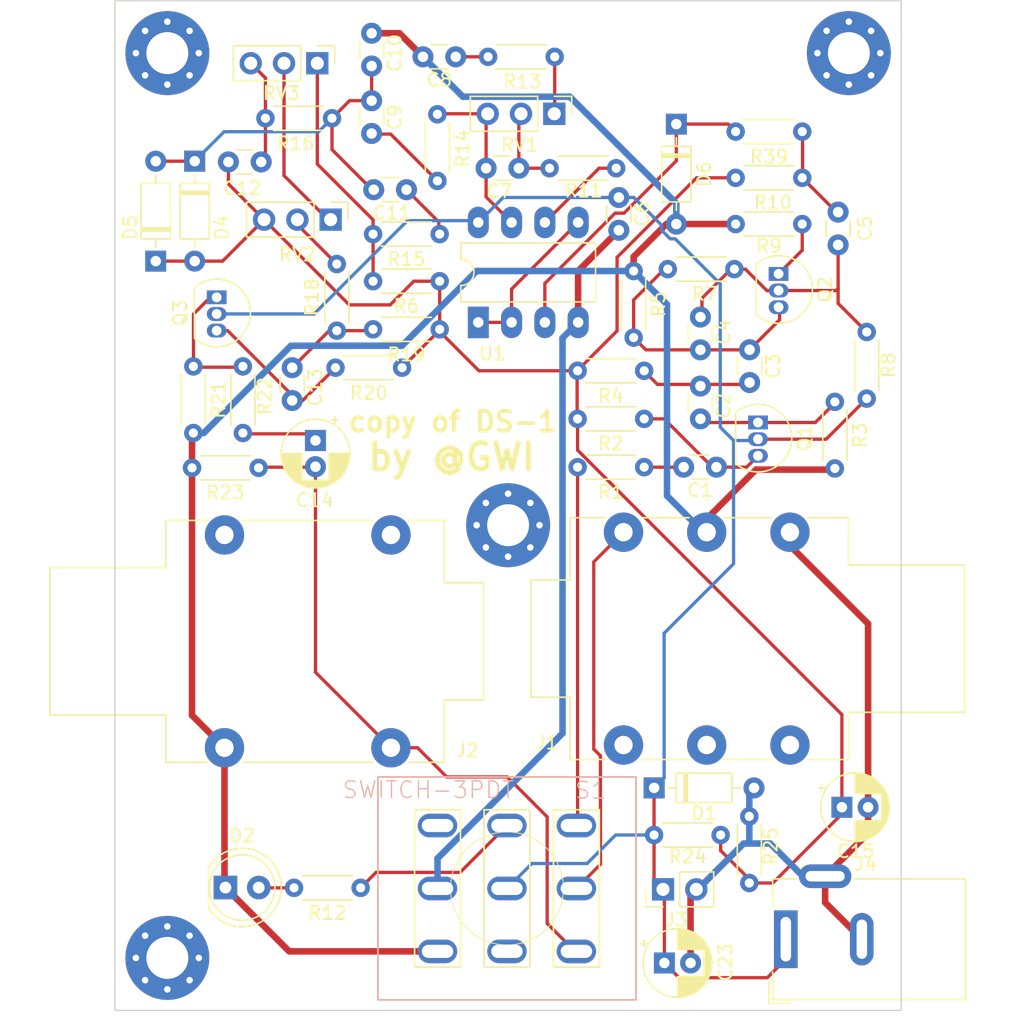
<source format=kicad_pcb>
(kicad_pcb (version 20211014) (generator pcbnew)
  (layers (0 "F.Cu" signal) (31 "B.Cu" signal) (34 "B.Paste" user) (35 "F.Paste" user) (36 "B.SilkS" user "B.Silkscreen") (37 "F.SilkS" user "F.Silkscreen") (38 "B.Mask" user) (39 "F.Mask" user) (44 "Edge.Cuts" user))
  (net 0 "")
  (net 1 "Net-(C1-Pad1)")
  (net 2 "Net-(C1-Pad2)")
  (net 3 "Net-(C2-Pad1)")
  (net 4 "Net-(C3-Pad1)")
  (net 5 "Net-(C4-Pad2)")
  (net 6 "Net-(C5-Pad1)")
  (net 7 "Net-(C7-Pad1)")
  (net 8 "Net-(C7-Pad2)")
  (net 9 "GND")
  (net 10 "Net-(C8-Pad2)")
  (net 11 "Net-(C9-Pad1)")
  (net 12 "Op-Amp Output")
  (net 13 "Net-(C11-Pad2)")
  (net 14 "+4.5V")
  (net 15 "Net-(C12-Pad2)")
  (net 16 "Net-(C13-Pad1)")
  (net 17 "Net-(C2-Pad2)")
  (net 18 "+9V")
  (net 23 "Net-(Q2-Pad1)")
  (net 24 "Net-(R15-Pad2)")
  (net 25 "Net-(R11-Pad1)")
  (net 26 "Net-(R13-Pad2)")
  (net 27 "Net-(C14-Pad1)")
  (net 28 "Net-(RV2-Pad1)")
  (net 29 "Net-(U1-Pad1)")
  (net 30 "Net-(Q3-Pad1)")
  (net 31 "Net-(R18-Pad1)")
  (net 32 "Net-(D6-Pad1)")
  (net 33 "Net-(C6-Pad2)")
  (net 34 "Bypass")
  (net 35 "GND1")
  (net 36 "Net-(D2-Pad2)")
  (net 38 "Net-(J1-PadT)")
  (net 39 "Net-(R1-Pad1)")
  (net 40 "Net-(R12-Pad1)")
  (net 42 "Net-(C13-Pad2)")
  (footprint "DS1_Footprints:Jack_6.35mm_Neutrik_NMJ4HFD2_Horizontal" (layer "F.Cu") (at 81.0606 119.9746 180)
    (fp_text reference "J2")
    (fp_text value "AudioJack2_Switch")
  )
  (footprint "Capacitor_THT:C_Disc_D3.0mm_W1.6mm_P2.50mm" (layer "F.Cu") (at 79.5866 67.9846 90)
    (fp_text reference "C10")
    (fp_text value "10n")
  )
  (footprint "Capacitor_THT:C_Disc_D3.0mm_W1.6mm_P2.50mm" (layer "F.Cu") (at 79.7476 77.4156)
    (fp_text reference "C11")
    (fp_text value "22n")
  )
  (footprint "Connector_PinHeader_2.54mm:PinHeader_1x03_P2.54mm_Vertical" (layer "F.Cu") (at 93.5246 71.6266 -90)
    (fp_text reference "RV1")
    (fp_text value "100k")
  )
  (footprint "Resistor_THT:R_Axial_DIN0204_L3.6mm_D1.6mm_P5.08mm_Horizontal" (layer "F.Cu") (at 79.6986 84.3946)
    (fp_text reference "R6")
    (fp_text value "6.8k")
  )
  (footprint "MountingHole:MountingHole_3.2mm_M3_Pad_Via" (layer "F.Cu") (at 90 103)
    (fp_text reference "REF**" hide)
    (fp_text value "MountingHole_3.2mm_M3_Pad_Via")
  )
  (footprint "Resistor_THT:R_Axial_DIN0204_L3.6mm_D1.6mm_P5.08mm_Horizontal" (layer "F.Cu") (at 108.4046 130.2866 90)
    (fp_text reference "R25")
    (fp_text value "10k")
  )
  (footprint "MountingHole:MountingHole_3.2mm_M3_Pad_Via" (layer "F.Cu") (at 64 67)
    (fp_text reference "REF**" hide)
    (fp_text value "MountingHole_3.2mm_M3_Pad_Via")
  )
  (footprint "Connector_BarrelJack:BarrelJack_Wuerth_6941xx301002" (layer "F.Cu") (at 111.1886 134.5726 90)
    (fp_text reference "J4")
    (fp_text value "PWR_SUPP_COM")
  )
  (footprint "Capacitor_THT:CP_Radial_D5.0mm_P2.00mm" (layer "F.Cu") (at 115.468375 124.5086)
    (fp_text reference "C15")
    (fp_text value "47u/10V")
  )
  (footprint "LED_THT:LED_D5.0mm" (layer "F.Cu") (at 68.4346 130.6346)
    (fp_text reference "D2")
    (fp_text value "LED")
  )
  (footprint "Resistor_THT:R_Axial_DIN0204_L3.6mm_D1.6mm_P5.08mm_Horizontal" (layer "F.Cu") (at 84.7786 88.0646 180)
    (fp_text reference "R19")
    (fp_text value "1M")
  )
  (footprint "Diode_THT:D_DO-35_SOD27_P7.62mm_Horizontal" (layer "F.Cu") (at 63.1146 82.8626 90)
    (fp_text reference "D5")
    (fp_text value "1N4148")
  )
  (footprint "Connector_PinHeader_2.54mm:PinHeader_1x03_P2.54mm_Vertical" (layer "F.Cu") (at 75.4426 67.7726 -90)
    (fp_text reference "RV3")
    (fp_text value "20k")
  )
  (footprint "Diode_THT:D_DO-35_SOD27_P7.62mm_Horizontal" (layer "F.Cu") (at 66.0866 75.2426 -90)
    (fp_text reference "D4")
    (fp_text value "1N4148")
  )
  (footprint "Connector_PinHeader_2.54mm:PinHeader_1x02_P2.54mm_Vertical" (layer "F.Cu") (at 101.8206 130.7726 90)
    (fp_text reference "J3")
    (fp_text value "BAT_CON")
  )
  (footprint "Package_TO_SOT_THT:TO-92L_Inline" (layer "F.Cu") (at 109.0666 95.1706 -90)
    (fp_text reference "Q1")
    (fp_text value "2SC2240")
  )
  (footprint "Resistor_THT:R_Axial_DIN0204_L3.6mm_D1.6mm_P5.08mm_Horizontal" (layer "F.Cu") (at 65.8846 98.6246)
    (fp_text reference "R23")
    (fp_text value "100k")
  )
  (footprint "Capacitor_THT:C_Disc_D3.0mm_W1.6mm_P2.50mm" (layer "F.Cu") (at 104.6746 94.8926 90)
    (fp_text reference "C2")
    (fp_text value "470n")
  )
  (footprint "Package_TO_SOT_THT:TO-92L_Inline" (layer "F.Cu") (at 110.6386 83.8366 -90)
    (fp_text reference "Q2")
    (fp_text value "2SC2240")
  )
  (footprint "Resistor_THT:R_Axial_DIN0204_L3.6mm_D1.6mm_P5.08mm_Horizontal" (layer "F.Cu") (at 117.3626 88.2666 -90)
    (fp_text reference "R8")
    (fp_text value "10k")
  )
  (footprint "MountingHole:MountingHole_3.2mm_M3_Pad_Via" (layer "F.Cu") (at 116 67)
    (fp_text reference "REF**" hide)
    (fp_text value "MountingHole_3.2mm_M3_Pad_Via")
  )
  (footprint "Capacitor_THT:C_Disc_D3.0mm_W1.6mm_P2.50mm" (layer "F.Cu") (at 83.5036 67.2826)
    (fp_text reference "C8")
    (fp_text value "470n")
  )
  (footprint "Resistor_THT:R_Axial_DIN0204_L3.6mm_D1.6mm_P5.08mm_Horizontal" (layer "F.Cu") (at 112.4426 72.9846 180)
    (fp_text reference "R39")
    (fp_text value "47k")
  )
  (footprint "Resistor_THT:R_Axial_DIN0204_L3.6mm_D1.6mm_P5.08mm_Horizontal" (layer "F.Cu") (at 95.3026 98.5746)
    (fp_text reference "R1")
    (fp_text value "1k")
  )
  (footprint "Capacitor_THT:C_Disc_D3.0mm_W1.6mm_P2.50mm" (layer "F.Cu") (at 104.6746 89.6286 90)
    (fp_text reference "C4")
    (fp_text value "250p")
  )
  (footprint "Capacitor_THT:C_Disc_D3.0mm_W1.6mm_P2.50mm" (layer "F.Cu") (at 103.3946 98.5746)
    (fp_text reference "C1")
    (fp_text value "47n")
  )
  (footprint "Resistor_THT:R_Axial_DIN0204_L3.6mm_D1.6mm_P5.08mm_Horizontal" (layer "F.Cu") (at 81.9106 90.9906 180)
    (fp_text reference "R20")
    (fp_text value "1M")
  )
  (footprint "Diode_THT:D_DO-35_SOD27_P7.62mm_Horizontal" (layer "F.Cu") (at 102.8346 72.4166 -90)
    (fp_text reference "D6")
    (fp_text value "1N4148")
  )
  (footprint "Capacitor_THT:C_Disc_D3.0mm_W1.6mm_P2.50mm" (layer "F.Cu") (at 98.4486 78.0106 -90)
    (fp_text reference "C6")
    (fp_text value "100n")
  )
  (footprint "Resistor_THT:R_Axial_DIN0204_L3.6mm_D1.6mm_P5.08mm_Horizontal" (layer "F.Cu") (at 107.3626 76.5106)
    (fp_text reference "R10")
    (fp_text value "100k")
  )
  (footprint "Capacitor_THT:C_Disc_D3.0mm_W1.6mm_P2.50mm" (layer "F.Cu") (at 79.5866 73.1286 90)
    (fp_text reference "C9")
    (fp_text value "470n")
  )
  (footprint "Resistor_THT:R_Axial_DIN0204_L3.6mm_D1.6mm_P5.08mm_Horizontal" (layer "F.Cu") (at 88.4746 67.2826)
    (fp_text reference "R13")
    (fp_text value "4.7k")
  )
  (footprint "Capacitor_THT:C_Disc_D3.0mm_W1.6mm_P2.50mm" (layer "F.Cu") (at 88.3216 75.7786)
    (fp_text reference "C7")
    (fp_text value "100p")
  )
  (footprint "Resistor_THT:R_Axial_DIN0204_L3.6mm_D1.6mm_P5.08mm_Horizontal" (layer "F.Cu") (at 99.5786 88.6966 90)
    (fp_text reference "R5")
    (fp_text value "100k")
  )
  (footprint "Resistor_THT:R_Axial_DIN0204_L3.6mm_D1.6mm_P5.08mm_Horizontal" (layer "F.Cu") (at 95.3026 94.8926)
    (fp_text reference "R2")
    (fp_text value "470k")
  )
  (footprint "Resistor_THT:R_Axial_DIN0204_L3.6mm_D1.6mm_P5.08mm_Horizontal" (layer "F.Cu") (at 112.4426 80.0366 180)
    (fp_text reference "R9")
    (fp_text value "22R")
  )
  (footprint "Capacitor_THT:C_Disc_D3.0mm_W1.6mm_P2.50mm" (layer "F.Cu") (at 115.1806 79.1266 -90)
    (fp_text reference "C5")
    (fp_text value "68n")
  )
  (footprint "Resistor_THT:R_Axial_DIN0204_L3.6mm_D1.6mm_P5.08mm_Horizontal" (layer "F.Cu") (at 76.5646 71.9686 180)
    (fp_text reference "R16")
    (fp_text value "6.8k")
  )
  (footprint "Resistor_THT:R_Axial_DIN0204_L3.6mm_D1.6mm_P5.08mm_Horizontal" (layer "F.Cu") (at 98.2466 75.7786 180)
    (fp_text reference "R11")
    (fp_text value "100k")
  )
  (footprint "Capacitor_THT:CP_Radial_D5.0mm_P2.00mm" (layer "F.Cu") (at 75.303725 96.5416 -90)
    (fp_text reference "C14")
    (fp_text value "1u/6.3V")
  )
  (footprint "Package_DIP:DIP-8_W7.62mm_LongPads" (layer "F.Cu") (at 87.7246 87.5346 90)
    (fp_text reference "U1")
    (fp_text value "NE5532")
  )
  (footprint "Resistor_THT:R_Axial_DIN0204_L3.6mm_D1.6mm_P5.08mm_Horizontal" (layer "F.Cu") (at 114.9306 93.5946 -90)
    (fp_text reference "R3")
    (fp_text value "10K")
  )
  (footprint "Package_TO_SOT_THT:TO-92L_Inline" (layer "F.Cu") (at 67.763385 85.6246 -90)
    (fp_text reference "Q3")
    (fp_text value "2SC2240")
  )
  (footprint "Resistor_THT:R_Axial_DIN0204_L3.6mm_D1.6mm_P5.08mm_Horizontal" (layer "F.Cu") (at 84.6066 71.6646 -90)
    (fp_text reference "R14")
    (fp_text value "2.2k")
  )
  (footprint "Resistor_THT:R_Axial_DIN0204_L3.6mm_D1.6mm_P5.08mm_Horizontal" (layer "F.Cu") (at 101.1366 126.6266)
    (fp_text reference "R24")
    (fp_text value "10k")
  )
  (footprint "Resistor_THT:R_Axial_DIN0204_L3.6mm_D1.6mm_P5.08mm_Horizontal" (layer "F.Cu") (at 76.9306 83.0846 -90)
    (fp_text reference "R18")
    (fp_text value "10k")
  )
  (footprint "Resistor_THT:R_Axial_DIN0204_L3.6mm_D1.6mm_P5.08mm_Horizontal" (layer "F.Cu") (at 69.7646 90.8906 -90)
    (fp_text reference "R22")
    (fp_text value "1k")
  )
  (footprint "Capacitor_THT:C_Disc_D3.0mm_W1.6mm_P2.50mm" (layer "F.Cu") (at 68.6606 75.3006)
    (fp_text reference "C12")
    (fp_text value "100n")
  )
  (footprint "Resistor_THT:R_Axial_DIN0204_L3.6mm_D1.6mm_P5.08mm_Horizontal" (layer "F.Cu") (at 100.3826 91.2246 180)
    (fp_text reference "R4")
    (fp_text value "100k")
  )
  (footprint "Resistor_THT:R_Axial_DIN0204_L3.6mm_D1.6mm_P5.08mm_Horizontal" (layer "F.Cu") (at 78.7486 130.6546 180)
    (fp_text reference "R12")
    (fp_text value "680R")
  )
  (footprint "Resistor_THT:R_Axial_DIN0204_L3.6mm_D1.6mm_P5.08mm_Horizontal" (layer "F.Cu") (at 65.9846 90.8906 -90)
    (fp_text reference "R21")
    (fp_text value "10k")
  )
  (footprint "Diode_THT:D_DO-35_SOD27_P7.62mm_Horizontal" (layer "F.Cu") (at 101.1426 123.0326)
    (fp_text reference "D1")
    (fp_text value "1N4148")
  )
  (footprint "SparkFun-Electromechanical:STOMP-SWITCH-3PDT" (layer "F.Cu") (at 89.91268 130.70194 180)
    (fp_text reference "S1")
    (fp_text value "SWITCH-3PDT")
  )
  (footprint "DS1_Footprints:Jack_6.35mm_Neutrik_NMJ6HFD2_Horizontal" (layer "F.Cu") (at 98.8046 103.5346)
    (fp_text reference "J1")
    (fp_text value "AudioJack3_Switch")
  )
  (footprint "MountingHole:MountingHole_3.2mm_M3_Pad_Via" (layer "F.Cu") (at 64 136)
    (fp_text reference "REF**" hide)
    (fp_text value "MountingHole_3.2mm_M3_Pad_Via")
  )
  (footprint "Capacitor_THT:CP_Radial_D5.0mm_P2.00mm" (layer "F.Cu") (at 101.922375 136.3846)
    (fp_text reference "C23")
    (fp_text value "100u/16V")
  )
  (footprint "Resistor_THT:R_Axial_DIN0204_L3.6mm_D1.6mm_P5.08mm_Horizontal" (layer "F.Cu") (at 102.1846 83.4726)
    (fp_text reference "R7")
    (fp_text value "470k")
  )
  (footprint "Connector_PinHeader_2.54mm:PinHeader_1x03_P2.54mm_Vertical" (layer "F.Cu") (at 76.4606 79.6986 -90)
    (fp_text reference "RV2")
    (fp_text value "100k")
  )
  (footprint "Capacitor_THT:C_Disc_D3.0mm_W1.6mm_P2.50mm" (layer "F.Cu") (at 73.5266 93.4906 90)
    (fp_text reference "C13")
    (fp_text value "47n")
  )
  (footprint "Capacitor_THT:C_Disc_D3.0mm_W1.6mm_P2.50mm" (layer "F.Cu") (at 108.4266 89.6206 -90)
    (fp_text reference "C3")
    (fp_text value "47n")
  )
  (footprint "Resistor_THT:R_Axial_DIN0204_L3.6mm_D1.6mm_P5.08mm_Horizontal" (layer "F.Cu") (at 84.7786 80.8026 180)
    (fp_text reference "R15")
    (fp_text value "2.2k")
  )
  (gr_rect (start 60 63) (end 120 140) (layer "Edge.Cuts") (width 0.1) (fill none))
  (gr_text "by @GWI" (at 85.6846 97.8046) (layer "F.SilkS") (effects (font (size 2 2) (thickness 0.375))))
  (gr_text "copy of DS-1" (at 85.7846 95.1046) (layer "F.SilkS") (effects (font (size 1.5 1.5) (thickness 0.3))))
  (segment (start 100.1826 98.5746) (end 103.3946 98.5746) (width 0.25) (layer "F.Cu") (net 1))
  (segment (start 108.2026 98.5746) (end 109.0666 97.7106) (width 0.25) (layer "F.Cu") (net 2))
  (segment (start 105.5886 98.5746) (end 101.9066 94.8926) (width 0.25) (layer "F.Cu") (net 2))
  (segment (start 105.8946 98.5746) (end 105.5886 98.5746) (width 0.25) (layer "F.Cu") (net 2))
  (segment (start 105.8946 98.5746) (end 108.2026 98.5746) (width 0.25) (layer "F.Cu") (net 2))
  (segment (start 101.9066 94.8926) (end 100.3826 94.8926) (width 0.25) (layer "F.Cu") (net 2))
  (segment (start 104.6746 94.7646) (end 105.0806 95.1706) (width 0.25) (layer "F.Cu") (net 3))
  (segment (start 113.4426 95.1706) (end 114.9306 93.6826) (width 0.25) (layer "F.Cu") (net 3))
  (segment (start 105.0806 95.1706) (end 109.0666 95.1706) (width 0.25) (layer "F.Cu") (net 3))
  (segment (start 109.0666 95.1706) (end 113.4426 95.1706) (width 0.25) (layer "F.Cu") (net 3))
  (segment (start 110.7126 87.3346) (end 110.7126 86.4506) (width 0.25) (layer "F.Cu") (net 4))
  (segment (start 102.1846 83.4726) (end 101.9306 83.4726) (width 0.25) (layer "F.Cu") (net 4))
  (segment (start 101.9306 83.4726) (end 99.5786 85.8246) (width 0.25) (layer "F.Cu") (net 4))
  (segment (start 99.5786 85.8246) (end 99.5786 88.6966) (width 0.25) (layer "F.Cu") (net 4))
  (segment (start 108.4266 89.6206) (end 110.7126 87.3346) (width 0.25) (layer "F.Cu") (net 4))
  (segment (start 100.5106 89.6286) (end 99.5786 88.6966) (width 0.25) (layer "F.Cu") (net 4))
  (segment (start 104.7926 89.6286) (end 108.4186 89.6286) (width 0.25) (layer "F.Cu") (net 4))
  (segment (start 104.7926 89.6286) (end 100.5106 89.6286) (width 0.25) (layer "F.Cu") (net 4))
  (segment (start 108.4186 89.6286) (end 108.4266 89.6206) (width 0.25) (layer "F.Cu") (net 4))
  (segment (start 110.7126 86.4506) (end 110.6386 86.3766) (width 0.25) (layer "F.Cu") (net 4))
  (segment (start 115.1806 84.9606) (end 115.1806 81.6266) (width 0.25) (layer "F.Cu") (net 5))
  (segment (start 110.6386 85.1066) (end 115.0346 85.1066) (width 0.25) (layer "F.Cu") (net 5))
  (segment (start 107.2646 83.4726) (end 108.1046 83.4726) (width 0.25) (layer "F.Cu") (net 5))
  (segment (start 115.0346 85.1066) (end 115.1806 84.9606) (width 0.25) (layer "F.Cu") (net 5))
  (segment (start 108.1046 83.4726) (end 109.7386 85.1066) (width 0.25) (layer "F.Cu") (net 5))
  (segment (start 117.3626 88.2666) (end 115.1806 86.0846) (width 0.25) (layer "F.Cu") (net 5))
  (segment (start 104.7926 85.6906) (end 107.0106 83.4726) (width 0.25) (layer "F.Cu") (net 5))
  (segment (start 107.0106 83.4726) (end 107.2646 83.4726) (width 0.25) (layer "F.Cu") (net 5))
  (segment (start 115.1806 86.0846) (end 115.1806 84.9606) (width 0.25) (layer "F.Cu") (net 5))
  (segment (start 104.7926 87.1286) (end 104.7926 85.6906) (width 0.25) (layer "F.Cu") (net 5))
  (segment (start 109.7386 85.1066) (end 110.6386 85.1066) (width 0.25) (layer "F.Cu") (net 5))
  (segment (start 112.4686 73.0106) (end 112.4426 72.9846) (width 0.25) (layer "F.Cu") (net 6))
  (segment (start 115.1806 79.1266) (end 115.0586 79.1266) (width 0.25) (layer "F.Cu") (net 6))
  (segment (start 112.4686 76.5366) (end 112.4686 73.0106) (width 0.25) (layer "F.Cu") (net 6))
  (segment (start 115.0586 79.1266) (end 112.4686 76.5366) (width 0.25) (layer "F.Cu") (net 6))
  (segment (start 84.6066 71.6646) (end 84.6446 71.6266) (width 0.25) (layer "F.Cu") (net 7))
  (segment (start 88.3216 77.9716) (end 88.3216 71.7496) (width 0.25) (layer "F.Cu") (net 7))
  (segment (start 88.3216 71.7496) (end 88.4446 71.6266) (width 0.25) (layer "F.Cu") (net 7))
  (segment (start 90.2646 79.9146) (end 88.3216 77.9716) (width 0.25) (layer "F.Cu") (net 7))
  (segment (start 84.6446 71.6266) (end 88.4446 71.6266) (width 0.25) (layer "F.Cu") (net 7))
  (segment (start 90.8216 75.7786) (end 90.8216 71.7896) (width 0.25) (layer "F.Cu") (net 8))
  (segment (start 90.8216 71.7896) (end 90.9846 71.6266) (width 0.25) (layer "F.Cu") (net 8))
  (segment (start 93.1666 75.7786) (end 90.8216 75.7786) (width 0.25) (layer "F.Cu") (net 8))
  (segment (start 68.3606 119.9746) (end 65.8846 117.4986) (width 0.5) (layer "F.Cu") (net 9))
  (segment (start 108.9106 98.7626) (end 114.9306 98.7626) (width 0.5) (layer "F.Cu") (net 9))
  (segment (start 79.5866 65.4846) (end 81.7056 65.4846) (width 0.5) (layer "F.Cu") (net 9))
  (segment (start 65.8846 117.4986) (end 65.8846 98.6246) (width 0.5) (layer "F.Cu") (net 9))
  (segment (start 65.9946 95.9706) (end 65.9946 96.0326) (width 0.5) (layer "F.Cu") (net 9))
  (segment (start 102.8346 80.0366) (end 107.3626 80.0366) (width 0.5) (layer "F.Cu") (net 9))
  (segment (start 65.8846 96.0806) (end 65.9946 95.9706) (width 0.5) (layer "F.Cu") (net 9))
  (segment (start 84.61424 135.5) (end 73.3 135.5) (width 0.5) (layer "F.Cu") (net 9))
  (segment (start 105.1546 103.5346) (end 105.1546 102.5186) (width 0.5) (layer "F.Cu") (net 9))
  (segment (start 99.5786 82.5306) (end 102.0726 80.0366) (width 0.5) (layer "F.Cu") (net 9))
  (segment (start 68.3606 130.5606) (end 68.3606 119.9746) (width 0.5) (layer "F.Cu") (net 9))
  (segment (start 102.0726 80.0366) (end 102.8346 80.0366) (width 0.5) (layer "F.Cu") (net 9))
  (segment (start 105.1546 102.5186) (end 108.9106 98.7626) (width 0.5) (layer "F.Cu") (net 9))
  (segment (start 99.5786 83.6166) (end 99.5786 82.5306) (width 0.5) (layer "F.Cu") (net 9))
  (segment (start 73.3 135.5) (end 68.4346 130.6346) (width 0.5) (layer "F.Cu") (net 9))
  (segment (start 81.7056 65.4846) (end 83.5036 67.2826) (width 0.5) (layer "F.Cu") (net 9))
  (segment (start 65.8846 98.6246) (end 65.8846 96.0806) (width 0.5) (layer "F.Cu") (net 9))
  (segment (start 102.8346 78.4546) (end 102.8346 80.0366) (width 0.5) (layer "B.Cu") (net 9))
  (segment (start 102.1246 100.7586) (end 104.9006 103.5346) (width 0.5) (layer "B.Cu") (net 9))
  (segment (start 65.9846 95.9706) (end 66.778833 95.9706) (width 0.5) (layer "B.Cu") (net 9))
  (segment (start 99.5786 83.6166) (end 102.1246 86.1626) (width 0.5) (layer "B.Cu") (net 9))
  (segment (start 104.9006 103.5346) (end 105.1546 103.5346) (width 0.5) (layer "B.Cu") (net 9))
  (segment (start 102.1246 86.1626) (end 102.1246 100.7586) (width 0.5) (layer "B.Cu") (net 9))
  (segment (start 94.7066 70.3266) (end 102.8346 78.4546) (width 0.5) (layer "B.Cu") (net 9))
  (segment (start 66.778833 95.9706) (end 73.434833 89.3146) (width 0.5) (layer "B.Cu") (net 9))
  (segment (start 87.600254 83.6166) (end 99.5786 83.6166) (width 0.5) (layer "B.Cu") (net 9))
  (segment (start 73.434833 89.3146) (end 81.902254 89.3146) (width 0.5) (layer "B.Cu") (net 9))
  (segment (start 83.5036 67.2826) (end 86.5476 70.3266) (width 0.5) (layer "B.Cu") (net 9))
  (segment (start 86.5476 70.3266) (end 94.7066 70.3266) (width 0.5) (layer "B.Cu") (net 9))
  (segment (start 81.902254 89.3146) (end 87.600254 83.6166) (width 0.5) (layer "B.Cu") (net 9))
  (segment (start 86.0036 67.2826) (end 88.4746 67.2826) (width 0.25) (layer "F.Cu") (net 10))
  (segment (start 79.6906 73.1746) (end 81.0366 73.1746) (width 0.25) (layer "F.Cu") (net 11))
  (segment (start 81.0366 73.1746) (end 84.6066 76.7446) (width 0.25) (layer "F.Cu") (net 11))
  (segment (start 79.6446 73.1286) (end 79.6906 73.1746) (width 0.25) (layer "F.Cu") (net 11))
  (segment (start 63.1146 75.2426) (end 66.0866 75.2426) (width 0.25) (layer "F.Cu") (net 12))
  (segment (start 76.5646 74.3616) (end 79.6186 77.4156) (width 0.25) (layer "F.Cu") (net 12))
  (segment (start 79.5866 67.9846) (end 79.5866 70.6286) (width 0.25) (layer "F.Cu") (net 12))
  (segment (start 76.5646 71.9686) (end 76.5646 74.3616) (width 0.25) (layer "F.Cu") (net 12))
  (segment (start 77.9046 70.6286) (end 76.5646 71.9686) (width 0.25) (layer "F.Cu") (net 12))
  (segment (start 79.6186 77.4156) (end 79.7476 77.4156) (width 0.25) (layer "F.Cu") (net 12))
  (segment (start 79.5866 70.6286) (end 77.9046 70.6286) (width 0.25) (layer "F.Cu") (net 12))
  (segment (start 68.3356 72.9936) (end 75.5396 72.9936) (width 0.25) (layer "B.Cu") (net 12))
  (segment (start 75.5396 72.9936) (end 76.5646 71.9686) (width 0.25) (layer "B.Cu") (net 12))
  (segment (start 66.0866 75.2426) (end 68.3356 72.9936) (width 0.25) (layer "B.Cu") (net 12))
  (segment (start 82.2476 77.4156) (end 84.7106 79.8786) (width 0.25) (layer "F.Cu") (net 13))
  (segment (start 84.7106 79.8786) (end 84.7106 80.7786) (width 0.25) (layer "F.Cu") (net 13))
  (segment (start 84.7106 80.7786) (end 84.7346 80.8026) (width 0.25) (layer "F.Cu") (net 13))
  (segment (start 95.2666 91.2326) (end 95.2746 91.2246) (width 0.25) (layer "F.Cu") (net 14))
  (segment (start 84.7786 88.1226) (end 84.7786 88.0646) (width 0.25) (layer "F.Cu") (net 14))
  (segment (start 84.7786 87.8986) (end 84.6126 88.0646) (width 0.25) (layer "F.Cu") (net 14))
  (segment (start 108.4046 130.2866) (end 110.198375 130.2866) (width 0.25) (layer "F.Cu") (net 14))
  (segment (start 71.3806 79.6986) (end 77.882 86.2) (width 0.25) (layer "F.Cu") (net 14))
  (segment (start 104.3766 76.5106) (end 107.3626 76.5106) (width 0.25) (layer "F.Cu") (net 14))
  (segment (start 66.0866 82.8626) (end 68.2166 82.8626) (width 0.25) (layer "F.Cu") (net 14))
  (segment (start 95.2746 91.2246) (end 87.7726 91.2246) (width 0.25) (layer "F.Cu") (net 14))
  (segment (start 98.3146 88.1846) (end 98.3146 82.5726) (width 0.25) (layer "F.Cu") (net 14))
  (segment (start 95.3026 94.8926) (end 95.2666 94.8566) (width 0.25) (layer "F.Cu") (net 14))
  (segment (start 63.1146 82.8626) (end 66.0866 82.8626) (width 0.25) (layer "F.Cu") (net 14))
  (segment (start 82.8054 84.3946) (end 84.7786 84.3946) (width 0.25) (layer "F.Cu") (net 14))
  (segment (start 108.4046 130.0006) (end 108.4046 130.2866) (width 0.25) (layer "F.Cu") (net 14))
  (segment (start 95.2666 94.8566) (end 95.2666 91.2326) (width 0.25) (layer "F.Cu") (net 14))
  (segment (start 106.2166 126.6266) (end 106.2166 127.8126) (width 0.25) (layer "F.Cu") (net 14))
  (segment (start 68.2166 82.8626) (end 71.3806 79.6986) (width 0.25) (layer "F.Cu") (net 14))
  (segment (start 115.468375 124.5086) (end 115.468375 117.445315) (width 0.25) (layer "F.Cu") (net 14))
  (segment (start 84.7786 84.3946) (end 84.7786 88.0646) (width 0.25) (layer "F.Cu") (net 14))
  (segment (start 95.3026 97.27954) (end 95.3026 94.8926) (width 0.25) (layer "F.Cu") (net 14))
  (segment (start 110.198375 130.2866) (end 115.468375 125.0166) (width 0.25) (layer "F.Cu") (net 14))
  (segment (start 106.2166 127.8126) (end 108.4046 130.0006) (width 0.25) (layer "F.Cu") (net 14))
  (segment (start 81 86.2) (end 82.8054 84.3946) (width 0.25) (layer "F.Cu") (net 14))
  (segment (start 98.3146 82.5726) (end 104.3766 76.5106) (width 0.25) (layer "F.Cu") (net 14))
  (segment (start 77.882 86.2) (end 81 86.2) (width 0.25) (layer "F.Cu") (net 14))
  (segment (start 115.468375 125.0166) (end 115.468375 124.5086) (width 0.25) (layer "F.Cu") (net 14))
  (segment (start 87.7726 91.2246) (end 84.6126 88.0646) (width 0.25) (layer "F.Cu") (net 14))
  (segment (start 115.468375 117.445315) (end 95.3026 97.27954) (width 0.25) (layer "F.Cu") (net 14))
  (segment (start 68.6606 75.3006) (end 68.6606 76.9786) (width 0.25) (layer "F.Cu") (net 14))
  (segment (start 95.2746 91.2246) (end 98.3146 88.1846) (width 0.25) (layer "F.Cu") (net 14))
  (segment (start 68.6606 76.9786) (end 71.3806 79.6986) (width 0.25) (layer "F.Cu") (net 14))
  (segment (start 81.9106 90.9906) (end 84.7786 88.1226) (width 0.25) (layer "F.Cu") (net 14))
  (segment (start 71.1686 75.7006) (end 71.4846 75.3846) (width 0.25) (layer "F.Cu") (net 15))
  (segment (start 71.4846 75.3846) (end 71.4846 71.9686) (width 0.25) (layer "F.Cu") (net 15))
  (segment (start 71.4846 71.9686) (end 71.4846 68.8946) (width 0.25) (layer "F.Cu") (net 15))
  (segment (start 71.4846 68.8946) (end 70.3626 67.7726) (width 0.25) (layer "F.Cu") (net 15))
  (segment (start 71.1686 75.7006) (end 71.2846 75.5846) (width 0.25) (layer "B.Cu") (net 15))
  (segment (start 73.5266 93.4906) (end 74.3306 93.4906) (width 0.25) (layer "F.Cu") (net 16))
  (segment (start 73.5266 93.0906) (end 73.5266 93.4906) (width 0.25) (layer "F.Cu") (net 16))
  (segment (start 68.6006 88.1646) (end 73.5266 93.0906) (width 0.25) (layer "F.Cu") (net 16))
  (segment (start 74.3306 93.4906) (end 76.8306 90.9906) (width 0.25) (layer "F.Cu") (net 16))
  (segment (start 67.763385 88.1646) (end 68.6006 88.1646) (width 0.25) (layer "F.Cu") (net 16))
  (segment (start 104.6746 92.2646) (end 101.3946 92.2646) (width 0.25) (layer "F.Cu") (net 17))
  (segment (start 108.2826 92.2646) (end 108.4266 92.1206) (width 0.25) (layer "F.Cu") (net 17))
  (segment (start 104.6746 92.2646) (end 108.2826 92.2646) (width 0.25) (layer "F.Cu") (net 17))
  (segment (start 101.3946 92.2646) (end 100.3546 91.2246) (width 0.25) (layer "F.Cu") (net 17))
  (segment (start 101.1366 126.6266) (end 101.1366 130.0886) (width 0.25) (layer "F.Cu") (net 18))
  (segment (start 114.2686 96.4406) (end 117.3626 93.3466) (width 0.25) (layer "F.Cu") (net 18))
  (segment (start 103.047375 137.5096) (end 109.7756 137.5096) (width 0.25) (layer "F.Cu") (net 18))
  (segment (start 109.0666 96.4406) (end 114.2686 96.4406) (width 0.25) (layer "F.Cu") (net 18))
  (segment (start 101.1366 123.0386) (end 101.1366 126.6266) (width 0.25) (layer "F.Cu") (net 18))
  (segment (start 101.922375 136.3846) (end 103.047375 137.5096) (width 0.25) (layer "F.Cu") (net 18))
  (segment (start 109.7756 137.5096) (end 111.1886 136.0966) (width 0.25) (layer "F.Cu") (net 18))
  (segment (start 101.922375 130.874375) (end 101.8206 130.7726) (width 0.25) (layer "F.Cu") (net 18))
  (segment (start 111.1886 136.0966) (end 111.1886 134.5726) (width 0.25) (layer "F.Cu") (net 18))
  (segment (start 101.922375 136.3846) (end 101.922375 130.874375) (width 0.25) (layer "F.Cu") (net 18))
  (segment (start 101.1366 130.0886) (end 101.8206 130.7726) (width 0.25) (layer "F.Cu") (net 18))
  (segment (start 101.1426 123.0326) (end 101.1366 123.0386) (width 0.25) (layer "F.Cu") (net 18))
  (segment (start 82.3136 79.7776) (end 87.5876 79.7776) (width 0.25) (layer "B.Cu") (net 18))
  (segment (start 101.7096 80.1256) (end 99.5946 78.0106) (width 0.25) (layer "B.Cu") (net 18))
  (segment (start 98.2026 126.6266) (end 101.1366 126.6266) (width 0.25) (layer "B.Cu") (net 18))
  (segment (start 107.2046 96.5426) (end 106.1886 95.5266) (width 0.25) (layer "B.Cu") (net 18))
  (segment (start 106.1886 95.5266) (end 106.1886 84.6046) (width 0.25) (layer "B.Cu") (net 18))
  (segment (start 96.0286 128.8006) (end 98.2026 126.6266) (width 0.25) (layer "B.Cu") (net 18))
  (segment (start 109.0666 96.4406) (end 108.9646 96.5426) (width 0.25) (layer "B.Cu") (net 18))
  (segment (start 67.763385 86.8946) (end 67.767385 86.8906) (width 0.25) (layer "B.Cu") (net 18))
  (segment (start 106.1886 84.6046) (end 102.7456 81.1616) (width 0.25) (layer "B.Cu") (net 18))
  (segment (start 102.7456 81.1616) (end 102.368609 81.1616) (width 0.25) (layer "B.Cu") (net 18))
  (segment (start 87.5876 79.7776) (end 87.7246 79.9146) (width 0.25) (layer "B.Cu") (net 18))
  (segment (start 101.9046 122.2706) (end 101.9046 111.2406) (width 0.25) (layer "B.Cu") (net 18))
  (segment (start 87.7246 79.9146) (end 89.6286 78.0106) (width 0.25) (layer "B.Cu") (net 18))
  (segment (start 101.1426 123.0326) (end 101.9046 122.2706) (width 0.25) (layer "B.Cu") (net 18))
  (segment (start 99.5946 78.0106) (end 98.4486 78.0106) (width 0.25) (layer "B.Cu") (net 18))
  (segment (start 91.81402 128.8006) (end 96.0286 128.8006) (width 0.25) (layer "B.Cu") (net 18))
  (segment (start 67.767385 86.8906) (end 75.2006 86.8906) (width 0.25) (layer "B.Cu") (net 18))
  (segment (start 102.368609 81.1616) (end 101.7096 80.502591) (width 0.25) (layer "B.Cu") (net 18))
  (segment (start 89.91268 130.70194) (end 91.81402 128.8006) (width 0.25) (layer "B.Cu") (net 18))
  (segment (start 101.7096 80.502591) (end 101.7096 80.1256) (width 0.25) (layer "B.Cu") (net 18))
  (segment (start 75.2006 86.8906) (end 82.3136 79.7776) (width 0.25) (layer "B.Cu") (net 18))
  (segment (start 89.6286 78.0106) (end 98.4486 78.0106) (width 0.25) (layer "B.Cu") (net 18))
  (segment (start 101.9046 111.2406) (end 107.2046 105.9406) (width 0.25) (layer "B.Cu") (net 18))
  (segment (start 108.9646 96.5426) (end 107.2046 96.5426) (width 0.25) (layer "B.Cu") (net 18))
  (segment (start 107.2046 105.9406) (end 107.2046 96.5426) (width 0.25) (layer "B.Cu") (net 18))
  (segment (start 112.4426 82.0326) (end 112.4426 80.0366) (width 0.25) (layer "F.Cu") (net 23))
  (segment (start 110.6386 83.8366) (end 112.4426 82.0326) (width 0.25) (layer "F.Cu") (net 23))
  (segment (start 75.4426 75.4626) (end 79.6986 79.7186) (width 0.25) (layer "F.Cu") (net 24))
  (segment (start 75.4426 67.7726) (end 75.4426 75.4626) (width 0.25) (layer "F.Cu") (net 24))
  (segment (start 79.6986 79.7186) (end 79.6986 84.3946) (width 0.25) (layer "F.Cu") (net 24))
  (segment (start 96.9406 75.7786) (end 98.2466 75.7786) (width 0.25) (layer "F.Cu") (net 25))
  (segment (start 92.8046 79.9146) (end 96.9406 75.7786) (width 0.25) (layer "F.Cu") (net 25))
  (segment (start 93.5546 71.5966) (end 93.5546 67.3466) (width 0.25) (layer "F.Cu") (net 26))
  (segment (start 93.5246 71.6266) (end 93.5546 71.5966) (width 0.25) (layer "F.Cu") (net 26))
  (segment (start 74.795725 96.0336) (end 75.303725 96.5416) (width 0.25) (layer "F.Cu") (net 27))
  (segment (start 69.7646 96.0246) (end 69.7736 96.0336) (width 0.25) (layer "F.Cu") (net 27))
  (segment (start 69.7736 96.0336) (end 74.795725 96.0336) (width 0.25) (layer "F.Cu") (net 27))
  (segment (start 76.2606 79.6986) (end 76.4606 79.6986) (width 0.25) (layer "F.Cu") (net 28))
  (segment (start 72.9026 76.3406) (end 76.2606 79.6986) (width 0.25) (layer "F.Cu") (net 28))
  (segment (start 72.9026 67.7726) (end 72.9026 76.3406) (width 0.25) (layer "F.Cu") (net 28))
  (segment (start 90.2646 87.5346) (end 90.2646 84.9946) (width 0.25) (layer "F.Cu") (net 29))
  (segment (start 90.2646 84.9946) (end 95.3446 79.9146) (width 0.25) (layer "F.Cu") (net 29))
  (segment (start 87.7246 87.5346) (end 90.2646 87.5346) (width 0.25) (layer "F.Cu") (net 29))
  (segment (start 65.9946 90.9526) (end 69.7566 90.9526) (width 0.25) (layer "F.Cu") (net 30))
  (segment (start 69.7566 90.9526) (end 69.7646 90.9446) (width 0.25) (layer "F.Cu") (net 30))
  (segment (start 67.2776 85.6246) (end 67.763385 85.6246) (width 0.25) (layer "F.Cu") (net 30))
  (segment (start 65.9946 90.9526) (end 65.9946 86.9076) (width 0.25) (layer "F.Cu") (net 30))
  (segment (start 65.9946 86.9076) (end 67.2776 85.6246) (width 0.25) (layer "F.Cu") (net 30))
  (segment (start 73.9206 80.0746) (end 73.9206 79.6986) (width 0.25) (layer "F.Cu") (net 31))
  (segment (start 76.9306 83.0846) (end 73.9206 80.0746) (width 0.25) (layer "F.Cu") (net 31))
  (segment (start 102.8346 75.215591) (end 102.8346 72.4166) (width 0.25) (layer "F.Cu") (net 32))
  (segment (start 102.8346 72.4166) (end 102.8386 72.4126) (width 0.25) (layer "F.Cu") (net 32))
  (segment (start 106.7906 72.4126) (end 107.3626 72.9846) (width 0.25) (layer "F.Cu") (net 32))
  (segment (start 92.8046 84.563609) (end 98.163609 79.2046) (width 0.25) (layer "F.Cu") (net 32))
  (segment (start 102.8386 72.4126) (end 106.7906 72.4126) (width 0.25) (layer "F.Cu") (net 32))
  (segment (start 98.845591 79.2046) (end 102.8346 75.215591) (width 0.25) (layer "F.Cu") (net 32))
  (segment (start 98.163609 79.2046) (end 98.845591 79.2046) (width 0.25) (layer "F.Cu") (net 32))
  (segment (start 92.8046 87.5346) (end 92.8046 84.563609) (width 0.25) (layer "F.Cu") (net 32))
  (segment (start 95.3446 83.6146) (end 98.4486 80.5106) (width 0.5) (layer "F.Cu") (net 33))
  (segment (start 95.3446 87.5346) (end 95.3446 83.6146) (width 0.5) (layer "F.Cu") (net 33))
  (segment (start 94.1526 88.7266) (end 95.3446 87.5346) (width 0.5) (layer "B.Cu") (net 33))
  (segment (start 94.1526 118.874708) (end 94.1526 88.7266) (width 0.5) (layer "B.Cu") (net 33))
  (segment (start 84.61424 128.413068) (end 94.1526 118.874708) (width 0.5) (layer "B.Cu") (net 33))
  (segment (start 84.61424 130.70194) (end 84.61424 128.413068) (width 0.5) (layer "B.Cu") (net 33))
  (segment (start 75.303725 114.217725) (end 75.303725 98.5416) (width 0.25) (layer "F.Cu") (net 34))
  (segment (start 85.3146 122.1966) (end 83.0926 119.9746) (width 0.25) (layer "F.Cu") (net 34))
  (segment (start 92.9806 133.3726) (end 92.9806 125.2446) (width 0.25) (layer "F.Cu") (net 34))
  (segment (start 75.270725 98.5746) (end 75.303725 98.5416) (width 0.25) (layer "F.Cu") (net 34))
  (segment (start 89.9326 122.1966) (end 85.3146 122.1966) (width 0.25) (layer "F.Cu") (net 34))
  (segment (start 70.9646 98.6246) (end 71.0146 98.5746) (width 0.25) (layer "F.Cu") (net 34))
  (segment (start 71.0146 98.5746) (end 75.270725 98.5746) (width 0.25) (layer "F.Cu") (net 34))
  (segment (start 92.9806 125.2446) (end 89.9326 122.1966) (width 0.25) (layer "F.Cu") (net 34))
  (segment (start 83.0926 119.9746) (end 81.0606 119.9746) (width 0.25) (layer "F.Cu") (net 34))
  (segment (start 95.108 135.5) (end 92.9806 133.3726) (width 0.25) (layer "F.Cu") (net 34))
  (segment (start 95.21112 135.5) (end 95.108 135.5) (width 0.25) (layer "F.Cu") (net 34))
  (segment (start 81.0606 119.9746) (end 75.303725 114.217725) (width 0.25) (layer "F.Cu") (net 34))
  (segment (start 114.1886 131.7726) (end 116.9886 134.5726) (width 0.5) (layer "F.Cu") (net 35))
  (segment (start 117.468375 110.514375) (end 111.5046 104.5506) (width 0.5) (layer "F.Cu") (net 35))
  (segment (start 114.1886 129.7726) (end 114.1886 131.7726) (width 0.5) (layer "F.Cu") (net 35))
  (segment (start 117.468375 126.492825) (end 117.468375 124.5086) (width 0.5) (layer "F.Cu") (net 35))
  (segment (start 103.922375 136.3846) (end 103.922375 131.210825) (width 0.5) (layer "F.Cu") (net 35))
  (segment (start 117.468375 124.5086) (end 117.468375 110.514375) (width 0.5) (layer "F.Cu") (net 35))
  (segment (start 111.5046 104.5506) (end 111.5046 103.5346) (width 0.5) (layer "F.Cu") (net 35))
  (segment (start 103.922375 131.210825) (end 104.3606 130.7726) (width 0.5) (layer "F.Cu") (net 35))
  (segment (start 114.1886 129.7726) (end 117.468375 126.492825) (width 0.5) (layer "F.Cu") (net 35))
  (segment (start 108.4046 127.2066) (end 108.4746 127.2766) (width 0.5) (layer "B.Cu") (net 35))
  (segment (start 108.4046 125.2066) (end 108.4046 127.2066) (width 0.5) (layer "B.Cu") (net 35))
  (segment (start 104.4706 130.7726) (end 107.9666 127.2766) (width 0.5) (layer "B.Cu") (net 35))
  (segment (start 109.9986 127.2766) (end 112.4946 129.7726) (width 0.5) (layer "B.Cu") (net 35))
  (segment (start 108.4046 125.2066) (end 108.4046 123.3906) (width 0.5) (layer "B.Cu") (net 35))
  (segment (start 108.4046 123.3906) (end 108.7626 123.0326) (width 0.5) (layer "B.Cu") (net 35))
  (segment (start 112.4946 129.7726) (end 114.1886 129.7726) (width 0.5) (layer "B.Cu") (net 35))
  (segment (start 108.4746 127.2766) (end 109.9986 127.2766) (width 0.5) (layer "B.Cu") (net 35))
  (segment (start 104.3606 130.7726) (end 104.4706 130.7726) (width 0.5) (layer "B.Cu") (net 35))
  (segment (start 107.9666 127.2766) (end 108.4746 127.2766) (width 0.5) (layer "B.Cu") (net 35))
  (segment (start 73.6686 130.6546) (end 70.9946 130.6546) (width 0.25) (layer "F.Cu") (net 36))
  (segment (start 70.9946 130.6546) (end 70.9746 130.6346) (width 0.25) (layer "F.Cu") (net 36))
  (segment (start 96.5366 105.8026) (end 98.8046 103.5346) (width 0.25) (layer "F.Cu") (net 38))
  (segment (start 95.21112 130.70194) (end 97.0446 128.86846) (width 0.25) (layer "F.Cu") (net 38))
  (segment (start 97.0446 128.86846) (end 97.0446 120.58554) (width 0.25) (layer "F.Cu") (net 38))
  (segment (start 96.5366 120.07754) (end 96.5366 105.8026) (width 0.25) (layer "F.Cu") (net 38))
  (segment (start 97.0446 120.58554) (end 96.5366 120.07754) (width 0.25) (layer "F.Cu") (net 38))
  (segment (start 95.3026 125.8124) (end 95.3026 98.7746) (width 0.25) (layer "F.Cu") (net 39))
  (segment (start 95.3026 98.7746) (end 95.21112 98.68312) (width 0.25) (layer "F.Cu") (net 39))
  (segment (start 95.21112 125.90388) (end 95.3026 125.8124) (width 0.25) (layer "F.Cu") (net 39))
  (segment (start 86.33962 129.47694) (end 89.91268 125.90388) (width 0.25) (layer "F.Cu") (net 40))
  (segment (start 78.7486 130.6546) (end 79.92626 129.47694) (width 0.25) (layer "F.Cu") (net 40))
  (segment (start 79.92626 129.47694) (end 86.33962 129.47694) (width 0.25) (layer "F.Cu") (net 40))
  (segment (start 73.5266 90.9906) (end 76.3526 88.1646) (width 0.25) (layer "F.Cu") (net 42))
  (segment (start 76.3526 88.1646) (end 79.5986 88.1646) (width 0.25) (layer "F.Cu") (net 42))
  (segment (start 79.5986 88.1646) (end 79.6986 88.0646) (width 0.25) (layer "F.Cu") (net 42))
)
</source>
